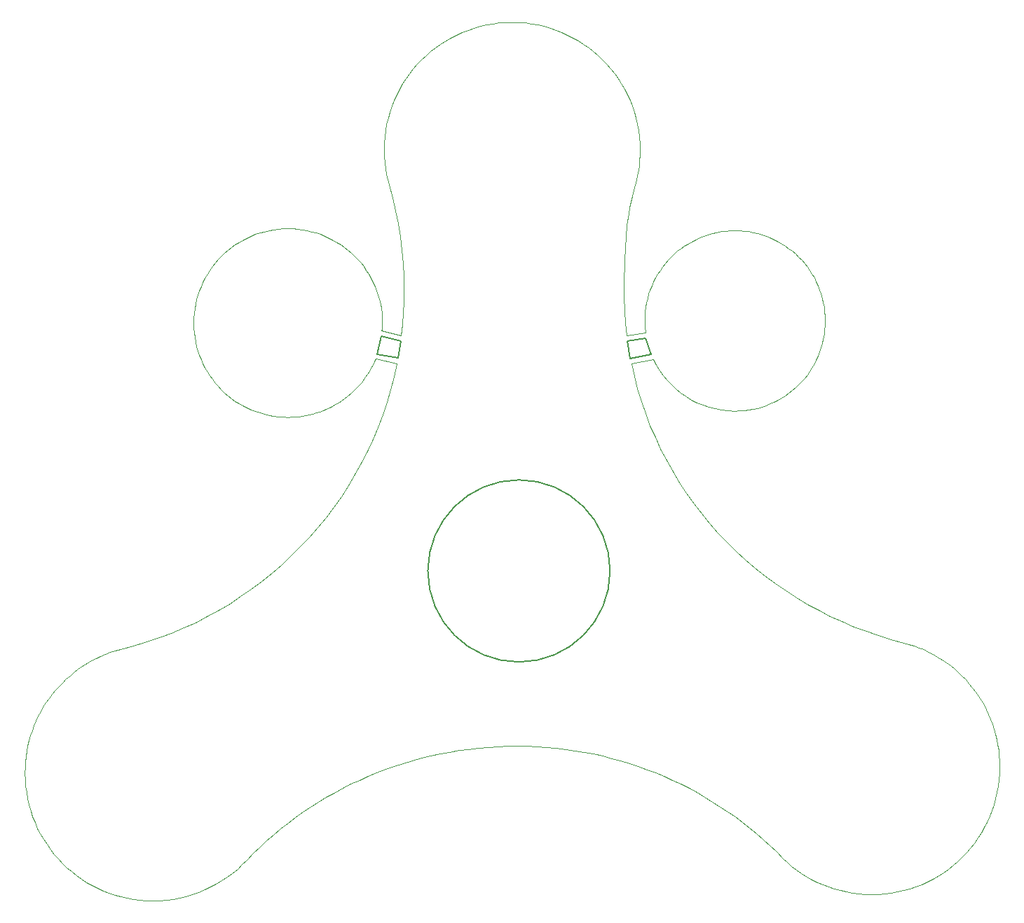
<source format=gbr>
%TF.GenerationSoftware,KiCad,Pcbnew,7.0.8*%
%TF.CreationDate,2024-08-08T21:58:03+02:00*%
%TF.ProjectId,Fidget_Spinner,46696467-6574-45f5-9370-696e6e65722e,rev?*%
%TF.SameCoordinates,Original*%
%TF.FileFunction,Profile,NP*%
%FSLAX46Y46*%
G04 Gerber Fmt 4.6, Leading zero omitted, Abs format (unit mm)*
G04 Created by KiCad (PCBNEW 7.0.8) date 2024-08-08 21:58:03*
%MOMM*%
%LPD*%
G01*
G04 APERTURE LIST*
%TA.AperFunction,Profile*%
%ADD10C,0.100000*%
%TD*%
%TA.AperFunction,Profile*%
%ADD11C,0.150000*%
%TD*%
G04 APERTURE END LIST*
D10*
X50832900Y-45253100D02*
X51205100Y-44606000D01*
X66252600Y-124698800D02*
X65076100Y-124683600D01*
X5607740Y-128713600D02*
X5587560Y-127918200D01*
X80043100Y-82998100D02*
X80551900Y-84479300D01*
X122396600Y-132467500D02*
X122120600Y-133169500D01*
X51186600Y-73686200D02*
X51294700Y-72335400D01*
X113893600Y-141397500D02*
X113191600Y-141672500D01*
X67540600Y-37477470D02*
X68288400Y-37650100D01*
X110230600Y-142433500D02*
X109457600Y-142530500D01*
X78668500Y-46604400D02*
X78945300Y-47306400D01*
X104084900Y-142142500D02*
X103364300Y-141942500D01*
X49281300Y-49506200D02*
X49453900Y-48758300D01*
X49038400Y-54115300D02*
X48985100Y-53373000D01*
X77243300Y-43978620D02*
X77645300Y-44606000D01*
X25065400Y-142848500D02*
X24288000Y-143036500D01*
X101909400Y-70529700D02*
X102031100Y-71057100D01*
X97873200Y-64517800D02*
X98285100Y-64841400D01*
X92605100Y-102135600D02*
X93773400Y-103137400D01*
X111739600Y-142124500D02*
X110992600Y-142297500D01*
X43730800Y-64068800D02*
X44177600Y-64386600D01*
X13030030Y-141138500D02*
X12402910Y-140737500D01*
X28224200Y-80340000D02*
X27906500Y-79893100D01*
X85448200Y-82422000D02*
X84825000Y-81988600D01*
X89689700Y-62477400D02*
X90235300Y-62408100D01*
X80461700Y-72693300D02*
X80503800Y-72139600D01*
X14726300Y-113811400D02*
X15310900Y-113562600D01*
X45984100Y-128783000D02*
X44964100Y-129263600D01*
X16516400Y-113135400D02*
X17135800Y-112958300D01*
X78839100Y-78413800D02*
X79185600Y-79964400D01*
X27588600Y-109008100D02*
X28972900Y-108246100D01*
X115831600Y-113894600D02*
X116363600Y-114229400D01*
X78311600Y-61678400D02*
X78175700Y-63075800D01*
X26091200Y-75256100D02*
X26018700Y-74685700D01*
X97873200Y-81991000D02*
X97445800Y-82294900D01*
X79587400Y-81492800D02*
X80043100Y-82998100D01*
X26091200Y-71784500D02*
X26191400Y-71223200D01*
X47105900Y-67610000D02*
X47380400Y-68087300D01*
X81833800Y-78591300D02*
X81478900Y-77911200D01*
X28920900Y-81184100D02*
X28562600Y-80770600D01*
X43448800Y-83159900D02*
X43091600Y-83376300D01*
X7453260Y-135286500D02*
X7111870Y-134619500D01*
X104819600Y-142308500D02*
X104084900Y-142142500D01*
X40088000Y-132031200D02*
X39160600Y-132655700D01*
X103364300Y-141942500D02*
X102658500Y-141708500D01*
X86393000Y-95343400D02*
X87327900Y-96563500D01*
X45795100Y-65856500D02*
X46153300Y-66270000D01*
X48739200Y-74035900D02*
X48711700Y-74279300D01*
X77957200Y-70429000D02*
X78010700Y-71980300D01*
X74257900Y-40693300D02*
X74818900Y-41179060D01*
X87327900Y-96563500D02*
X88304300Y-97749600D01*
X27301800Y-142057500D02*
X26573200Y-142358500D01*
X97130000Y-138258500D02*
X96361700Y-137483500D01*
X66779400Y-37341550D02*
X67540600Y-37477470D01*
X78504500Y-60283100D02*
X78311600Y-61678400D01*
X28972900Y-108246100D02*
X30326800Y-107437700D01*
X121810600Y-133854200D02*
X121469600Y-134520500D01*
X102196300Y-74369100D02*
X102127000Y-74914700D01*
X60562100Y-37650100D02*
X61309900Y-37477470D01*
X48624700Y-71784500D02*
X48697200Y-72354900D01*
X101295300Y-141145500D02*
X100639500Y-140815500D01*
X42967700Y-130298600D02*
X41992000Y-130852300D01*
X81764300Y-127906300D02*
X80727200Y-127503300D01*
X78282900Y-75065300D02*
X80532900Y-74691700D01*
X63881400Y-124698600D02*
X62693500Y-124743400D01*
X9671130Y-117456300D02*
X10103240Y-117005800D01*
X83677400Y-80999900D02*
X83156900Y-80448600D01*
X71793500Y-39029170D02*
X72440700Y-39401310D01*
X5601840Y-127249200D02*
X5644070Y-126587700D01*
X91472900Y-101094800D02*
X92605100Y-102135600D01*
X83279800Y-65923700D02*
X83640800Y-65545100D01*
X84653200Y-92805300D02*
X85501200Y-94090300D01*
X62693500Y-124743400D02*
X61512600Y-124817600D01*
D11*
X81280000Y-77320000D02*
X78710000Y-77860000D01*
D10*
X79569300Y-49506200D02*
X79705200Y-50267400D01*
X46974400Y-79680800D02*
X46740900Y-80026100D01*
X86750300Y-130287300D02*
X85781000Y-129763500D01*
X55732000Y-125619900D02*
X54603500Y-125864500D01*
X41942600Y-97032700D02*
X42887600Y-95782900D01*
X112359600Y-112355100D02*
X112967600Y-112552900D01*
X69021900Y-37858350D02*
X69740200Y-38101450D01*
X78026700Y-65913200D02*
X77959600Y-68867800D01*
X81522600Y-68527700D02*
X81763400Y-68057600D01*
X77959600Y-68867800D02*
X77957200Y-70429000D01*
X87705100Y-130834000D02*
X86750300Y-130287300D01*
X39093800Y-62253500D02*
X39655100Y-62353800D01*
X98680700Y-81324600D02*
X98285100Y-81667300D01*
X31447600Y-63772300D02*
X31924900Y-63497900D01*
X119805600Y-136985500D02*
X119319600Y-137545500D01*
X67421600Y-124744300D02*
X66252600Y-124698800D01*
X27906500Y-79893100D02*
X27610000Y-79430600D01*
X72015200Y-125219600D02*
X70880000Y-125057500D01*
X7192820Y-121053900D02*
X7484280Y-120496500D01*
X80727200Y-127503300D02*
X79677700Y-127125500D01*
X98680700Y-65184100D02*
X99059300Y-65545100D01*
X48215700Y-86140500D02*
X48779700Y-84647800D01*
X100002500Y-140458500D02*
X99385100Y-140073500D01*
X101762500Y-76496500D02*
X101591000Y-77003000D01*
X82233100Y-79242200D02*
X81833800Y-78591300D01*
X5901670Y-131033500D02*
X5765730Y-130272300D01*
X30650300Y-140039500D02*
X30023100Y-140507500D01*
X10652030Y-139361500D02*
X10115130Y-138848500D01*
X94074800Y-62695100D02*
X94592100Y-62842000D01*
X11796860Y-140305500D02*
X11212880Y-139847500D01*
X73674100Y-40234410D02*
X74257900Y-40693300D01*
X48697200Y-72354900D02*
X48741200Y-72933800D01*
X100390600Y-79350100D02*
X100086700Y-79777500D01*
X6677520Y-122207400D02*
X6923660Y-121624500D01*
X35060800Y-62353800D02*
X35622100Y-62253500D01*
X123321600Y-126480400D02*
X123335600Y-127152500D01*
X29373800Y-140944500D02*
X28703100Y-141349500D01*
X26018700Y-72354900D02*
X26091200Y-71784500D01*
X83640800Y-65545100D02*
X84019400Y-65184100D01*
X17182500Y-142890500D02*
X16448900Y-142682500D01*
X36771400Y-62137000D02*
X37358000Y-62122200D01*
X43091600Y-83376300D02*
X42726200Y-83579800D01*
X49248700Y-55568800D02*
X49247800Y-55568700D01*
X49381900Y-56189700D02*
X49248700Y-55568800D01*
X36192600Y-84859600D02*
X35622100Y-84787100D01*
X45099100Y-81897400D02*
X44467300Y-82437300D01*
X121108600Y-119154400D02*
X121423600Y-119699900D01*
X47782000Y-78216100D02*
X47599600Y-78594200D01*
X85501200Y-94090300D02*
X86393000Y-95343400D01*
X12519880Y-115028500D02*
X13050460Y-114692200D01*
X112967600Y-112552900D02*
X113565600Y-112775100D01*
X114579600Y-141086500D02*
X113893600Y-141397500D01*
X7484280Y-120496500D02*
X7797570Y-119952600D01*
X46219100Y-90453900D02*
X46934300Y-89044500D01*
X95593800Y-83300100D02*
X95098700Y-83495400D01*
X121097600Y-135168500D02*
X120695600Y-135795500D01*
X44964100Y-129263600D02*
X43958500Y-129768900D01*
X68582800Y-124819300D02*
X67421600Y-124744300D01*
X18703100Y-112549500D02*
X20247500Y-112087100D01*
X48524500Y-71223200D02*
X48624700Y-71784500D01*
X90235300Y-62408100D02*
X90789000Y-62366000D01*
X80457000Y-73623000D02*
X80447500Y-73254400D01*
X40747400Y-62634600D02*
X41277000Y-62813800D01*
X51349600Y-67962600D02*
X51260600Y-66327800D01*
X27610000Y-79430600D02*
X27335500Y-78953300D01*
X54592500Y-40693300D02*
X55176500Y-40234410D01*
X113565600Y-112775100D02*
X114152600Y-113020800D01*
X28920900Y-65856500D02*
X29298300Y-65460600D01*
X61512600Y-124817600D02*
X60339500Y-124920800D01*
X122661600Y-122622300D02*
X122836600Y-123241700D01*
X26573200Y-142358500D02*
X25827400Y-142622500D01*
X102127000Y-71594000D02*
X102196300Y-72139600D01*
X17135800Y-112958300D02*
X18703100Y-112549500D01*
X48711700Y-74279300D02*
X48665700Y-74496400D01*
X27335500Y-68087300D02*
X27610000Y-67610000D01*
X46740900Y-80026100D02*
X46238400Y-80689200D01*
X15730600Y-142438500D02*
X15028600Y-142160500D01*
X79290700Y-56867700D02*
X79111000Y-57461700D01*
X95098700Y-83495400D02*
X94592100Y-83666800D01*
X82788600Y-128334200D02*
X81764300Y-127906300D01*
X38244900Y-84884400D02*
X37803600Y-84909900D01*
X101762500Y-70012300D02*
X101909400Y-70529700D01*
X39113400Y-84784100D02*
X38681600Y-84842400D01*
X120695600Y-135795500D02*
X120265600Y-136400500D01*
X51032300Y-75032000D02*
X51186600Y-73686200D01*
X79705200Y-50267400D02*
X79803400Y-51040900D01*
X8132100Y-119422700D02*
X8487230Y-118907500D01*
X81478900Y-77911200D02*
X78839100Y-78413800D01*
X37803600Y-84909900D02*
X37358000Y-84918400D01*
X80532900Y-74691700D02*
X80479900Y-73979600D01*
X41582900Y-84110600D02*
X41187300Y-84259800D01*
X8658540Y-137166500D02*
X8227610Y-136560500D01*
X36599000Y-102736900D02*
X37746400Y-101672400D01*
X6802360Y-133935100D02*
X6525530Y-133233200D01*
X97445800Y-64213800D02*
X97873200Y-64517800D01*
X107096600Y-142592500D02*
X106326600Y-142534500D01*
X79688700Y-55071200D02*
X79579700Y-55673200D01*
X52497000Y-42788780D02*
X52983000Y-42227730D01*
X39160600Y-132655700D02*
X38250000Y-133303200D01*
X80551900Y-84479300D02*
X81112400Y-85935400D01*
X6256140Y-123408200D02*
X6454850Y-122802300D01*
X122985600Y-123871200D02*
X123110600Y-124510500D01*
X41187300Y-84259800D02*
X40784800Y-84394700D01*
X88976500Y-83897700D02*
X88222700Y-83701500D01*
X25959800Y-73520300D02*
X25974700Y-72933800D01*
X55782400Y-39803380D02*
X56409700Y-39401310D01*
X65076100Y-124683600D02*
X63881400Y-124698600D01*
X44467300Y-82437300D02*
X44136900Y-82690100D01*
X7797570Y-119952600D02*
X8132100Y-119422700D01*
X79863200Y-51825900D02*
X79883400Y-52621500D01*
X10115130Y-138848500D02*
X9603370Y-138311500D01*
X51379600Y-69612300D02*
X51349600Y-67962600D01*
X34193900Y-104745000D02*
X35414500Y-103761500D01*
X35060800Y-84686900D02*
X34509400Y-84559600D01*
X83850400Y-91489400D02*
X84653200Y-92805300D01*
X95593800Y-63208600D02*
X96076800Y-63426900D01*
X79803400Y-51040900D02*
X79863200Y-51825900D01*
X47600100Y-87606500D02*
X48215700Y-86140500D01*
X78084700Y-64484400D02*
X78026700Y-65913200D01*
X43268300Y-63772300D02*
X43730800Y-64068800D01*
X121717600Y-120259200D02*
X121988600Y-120831700D01*
X99763000Y-66319300D02*
X100086700Y-66731200D01*
X13050460Y-114692200D02*
X13595330Y-114376800D01*
X80503800Y-72139600D02*
X80573100Y-71594000D01*
X109457600Y-142530500D02*
X108672600Y-142590500D01*
X30985200Y-82971800D02*
X30538300Y-82654000D01*
X46238400Y-80689200D02*
X45690300Y-81313800D01*
X59110100Y-38101450D02*
X59828400Y-37858350D01*
X56409700Y-39401310D02*
X57057000Y-39029170D01*
X51281800Y-126761700D02*
X50197300Y-127114100D01*
X27906500Y-67147500D02*
X28224200Y-66700600D01*
X79188300Y-48024700D02*
X79396600Y-48758300D01*
X78358900Y-45919700D02*
X78668500Y-46604400D01*
X97003400Y-82578500D02*
X96546900Y-82841000D01*
X46153300Y-66270000D02*
X46491700Y-66700600D01*
X69735700Y-124923900D02*
X68582800Y-124819300D01*
X33968500Y-62634600D02*
X34509400Y-62481000D01*
X46809500Y-67147500D02*
X47105900Y-67610000D01*
X32388200Y-138453500D02*
X31833800Y-139009500D01*
X80479900Y-73979600D02*
X80457000Y-73623000D01*
X49539900Y-56801200D02*
X49381900Y-56189700D01*
X34509400Y-84559600D02*
X33968500Y-84406000D01*
X31648900Y-106583900D02*
X32938300Y-105686100D01*
X78626200Y-59583100D02*
X78504500Y-60283100D01*
X110203600Y-111774200D02*
X111739600Y-112182200D01*
X42299500Y-63246200D02*
X42791000Y-63497900D01*
X68288400Y-37650100D02*
X69021900Y-37858350D01*
X30985200Y-64068800D02*
X31447600Y-63772300D01*
X107876600Y-142611500D02*
X107096600Y-142592500D01*
X36192600Y-62181000D02*
X36771400Y-62137000D01*
X30023100Y-140507500D02*
X29373800Y-140944500D01*
X100936700Y-68057600D02*
X101177500Y-68527700D01*
X78010700Y-71980300D02*
X78119300Y-73524600D01*
X106326600Y-142534500D02*
X105566600Y-142439500D01*
X49247800Y-55568700D02*
X49126200Y-54847500D01*
X98212700Y-139216500D02*
X97659700Y-138749500D01*
X108689600Y-111314900D02*
X110203600Y-111774200D01*
X75867500Y-42227730D02*
X76353300Y-42788780D01*
X123207600Y-125158800D02*
X123278600Y-125815600D01*
X5587560Y-127918200D02*
X5601840Y-127249200D01*
X58408300Y-38378090D02*
X59110100Y-38101450D01*
X99420300Y-65923700D02*
X99763000Y-66319300D01*
X30538300Y-82654000D02*
X30107700Y-82315700D01*
X47632100Y-68578800D02*
X47860400Y-69083600D01*
X96546900Y-63667700D02*
X97003400Y-63930200D01*
X82613500Y-66731200D02*
X82937100Y-66319300D01*
X102658500Y-141708500D02*
X101968500Y-141443500D01*
X14154190Y-114082900D02*
X14726300Y-113811400D01*
X26855600Y-69083600D02*
X27083800Y-68578800D01*
D11*
X48630000Y-75110000D02*
X51050000Y-75700000D01*
D10*
X6923660Y-121624500D02*
X7192820Y-121053900D01*
X81109100Y-69505700D02*
X81304300Y-69010600D01*
D11*
X78350000Y-75720000D02*
X80560000Y-75360000D01*
D10*
X119639600Y-117121700D02*
X120037600Y-117606400D01*
X53494600Y-41690940D02*
X54031500Y-41179060D01*
D11*
X50640000Y-77800000D02*
X48120000Y-77300000D01*
D10*
X120037600Y-117606400D02*
X120415600Y-118107000D01*
X48756100Y-73520300D02*
X48739200Y-74035900D01*
X91911100Y-84142700D02*
X91350100Y-84156900D01*
X92464800Y-62408100D02*
X93010400Y-62477400D01*
X80937700Y-70012300D02*
X81109100Y-69505700D01*
X115892600Y-140372500D02*
X115244600Y-140745500D01*
X22691300Y-143290500D02*
X21874100Y-143354500D01*
X34509400Y-62481000D02*
X35060800Y-62353800D01*
X93547300Y-83935400D02*
X93010400Y-84031300D01*
X32416400Y-83794500D02*
X31924900Y-83542700D01*
X117709600Y-139080500D02*
X117126600Y-139539500D01*
X117868600Y-115356000D02*
X118338600Y-115770300D01*
X43797300Y-82931100D02*
X43448800Y-83159900D01*
X86623400Y-63426900D02*
X87106300Y-63208600D01*
X40954700Y-98247700D02*
X41942600Y-97032700D01*
X73068000Y-39803380D02*
X73674100Y-40234410D01*
X99059300Y-65545100D02*
X99420300Y-65923700D01*
X77543000Y-126447100D02*
X76458400Y-126147300D01*
X45690300Y-81313800D02*
X45099100Y-81897400D01*
X50197300Y-127114100D02*
X49124700Y-127492800D01*
X79579700Y-55673200D02*
X79447100Y-56271700D01*
X116363600Y-114229400D02*
X116880600Y-114584900D01*
X80573100Y-71594000D02*
X80669000Y-71057100D01*
X94768900Y-135989500D02*
X93945300Y-135273500D01*
X26651500Y-77439400D02*
X26472300Y-76909800D01*
X24732800Y-110389000D02*
X26174800Y-109722700D01*
X62844700Y-37243220D02*
X63629800Y-37183510D01*
X51260600Y-66327800D02*
X51113600Y-64708200D01*
X123314600Y-127948000D02*
X123255600Y-128732900D01*
X47860400Y-69083600D02*
X48064400Y-69601300D01*
X50182000Y-46604400D02*
X50491400Y-45919700D01*
X48665700Y-74496400D02*
X51032300Y-75032000D01*
X11504250Y-115762100D02*
X12004340Y-115385300D01*
X33438900Y-84226800D02*
X32921300Y-84022700D01*
X101479600Y-108278400D02*
X102869300Y-108980900D01*
X100118000Y-107530100D02*
X101479600Y-108278400D01*
X26191400Y-71223200D02*
X26318700Y-70671700D01*
X47195500Y-79326900D02*
X46974400Y-79680800D01*
X5667450Y-129498700D02*
X5607740Y-128713600D01*
X98285100Y-64841400D02*
X98680700Y-65184100D01*
X17930400Y-143063500D02*
X17182500Y-142890500D01*
X78945300Y-47306400D02*
X79188300Y-48024700D01*
X81112400Y-85935400D02*
X81723600Y-87365400D01*
X39960800Y-84620000D02*
X39539900Y-84709900D01*
X6525530Y-133233200D02*
X6282570Y-132514900D01*
X77645300Y-44606000D02*
X78017600Y-45253100D01*
X123110600Y-124510500D02*
X123207600Y-125158800D01*
X59174400Y-125053100D02*
X58017900Y-125213900D01*
X82937100Y-66319300D02*
X83279800Y-65923700D01*
X79111000Y-57461700D02*
X78928000Y-58173700D01*
X91350100Y-62351800D02*
X91911100Y-62366000D01*
X11212880Y-139847500D02*
X10652030Y-139361500D01*
X31833800Y-139009500D02*
X31254200Y-139539500D01*
X50909700Y-63104800D02*
X50649900Y-61518200D01*
X73141100Y-125410100D02*
X72015200Y-125219600D01*
X102869300Y-108980900D02*
X104286400Y-109636900D01*
X15310900Y-113562600D02*
X15907900Y-113337100D01*
X13595330Y-114376800D02*
X14154190Y-114082900D01*
X88108000Y-62842000D02*
X88625300Y-62695100D01*
X37358000Y-62122200D02*
X37944500Y-62137000D01*
X38681600Y-84842400D02*
X38244900Y-84884400D01*
X33968500Y-84406000D02*
X33438900Y-84226800D01*
X42352700Y-83770300D02*
X41971500Y-83947300D01*
X29694100Y-81957400D02*
X29298300Y-81580000D01*
X123157600Y-129506700D02*
X123020600Y-130267900D01*
X47404000Y-78964600D02*
X47195500Y-79326900D01*
X15907900Y-113337100D02*
X16516400Y-113135400D01*
X123020600Y-130267900D02*
X122849600Y-131015700D01*
X43788900Y-94498900D02*
X44645300Y-93182200D01*
X76812300Y-43372550D02*
X77243300Y-43978620D01*
X100086700Y-79777500D02*
X99763000Y-80189400D01*
X10103240Y-117005800D02*
X10553170Y-116572800D01*
X27335500Y-78953300D02*
X27083800Y-78461900D01*
X34786300Y-136116500D02*
X33967200Y-136874500D01*
X5644070Y-126587700D02*
X5713810Y-125933900D01*
X35414500Y-103761500D02*
X36599000Y-102736900D01*
X100639500Y-140815500D02*
X100002500Y-140458500D01*
X100674200Y-67601000D02*
X100936700Y-68057600D01*
X122640600Y-131749200D02*
X122396600Y-132467500D01*
X57057000Y-39029170D02*
X57723500Y-38687730D01*
X26191400Y-75817400D02*
X26091200Y-75256100D01*
X37356900Y-133973300D02*
X36481600Y-134665500D01*
X47017700Y-128327600D02*
X45984100Y-128783000D01*
X27083800Y-68578800D02*
X27335500Y-68087300D01*
X48064400Y-69601300D02*
X48243600Y-70130900D01*
X15028600Y-142160500D02*
X14343980Y-141851500D01*
X35622100Y-62253500D02*
X36192600Y-62181000D01*
X55176500Y-40234410D02*
X55782400Y-39803380D01*
X33967200Y-136874500D02*
X33167700Y-137652500D01*
X40206500Y-62481000D02*
X40747400Y-62634600D01*
X5810450Y-125288400D02*
X5933410Y-124652000D01*
X47950800Y-77830600D02*
X47782000Y-78216100D01*
X113191600Y-141672500D02*
X112474600Y-141916500D01*
X30326800Y-107437700D02*
X31648900Y-106583900D01*
X92245100Y-133899400D02*
X91369600Y-133243300D01*
X89152800Y-62573300D02*
X89689700Y-62477400D01*
X120265600Y-136400500D02*
X119805600Y-136985500D01*
X120772600Y-118623300D02*
X121108600Y-119154400D01*
X99385100Y-140073500D02*
X98788100Y-139658500D01*
X28703100Y-141349500D02*
X28012000Y-141721500D01*
X84234100Y-81513900D02*
X83677400Y-80999900D01*
X104286400Y-109636900D02*
X105729600Y-110245200D01*
X19465200Y-143296500D02*
X18691600Y-143198500D01*
X78017600Y-45253100D02*
X78358900Y-45919700D01*
X92464800Y-84100600D02*
X91911100Y-84142700D01*
X37358000Y-84918400D02*
X36771400Y-84903600D01*
X30107700Y-64725000D02*
X30538300Y-64386600D01*
X48967100Y-52621500D02*
X48987400Y-51825900D01*
X51205100Y-44606000D02*
X51607200Y-43978620D01*
X79447100Y-56271700D02*
X79290700Y-56867700D01*
X102196300Y-72139600D02*
X102238400Y-72693300D01*
X12004340Y-115385300D02*
X12519880Y-115028500D01*
X6282570Y-132514900D02*
X6074180Y-131781400D01*
X119319600Y-137545500D02*
X118807600Y-138082500D01*
X39655100Y-62353800D02*
X40206500Y-62481000D01*
X56870200Y-125402900D02*
X55732000Y-125619900D01*
X51607200Y-43978620D02*
X52038100Y-43372550D01*
X8227610Y-136560500D02*
X7825620Y-135933500D01*
X80447500Y-73254400D02*
X80461700Y-72693300D01*
X48985100Y-53373000D02*
X48967100Y-52621500D01*
X121988600Y-120831700D02*
X122236600Y-121416800D01*
X36771400Y-84903600D02*
X36192600Y-84859600D01*
X57723500Y-38687730D02*
X58408300Y-38378090D01*
X78928000Y-58173700D02*
X78766900Y-58880500D01*
X75363000Y-125874200D02*
X74257100Y-125628500D01*
X49124700Y-127492800D02*
X48064700Y-127897400D01*
X122236600Y-121416800D02*
X122460600Y-122013800D01*
X91350100Y-84156900D02*
X90542200Y-84127400D01*
X42887600Y-95782900D02*
X43788900Y-94498900D01*
X122460600Y-122013800D02*
X122661600Y-122622300D01*
X97484100Y-105900200D02*
X98785700Y-106737100D01*
X44608200Y-64725000D02*
X45021800Y-65083200D01*
X20250200Y-143356500D02*
X19465200Y-143296500D01*
X41032000Y-131430100D02*
X40088000Y-132031200D01*
X117383600Y-114960600D02*
X117868600Y-115356000D01*
X52983000Y-42227730D02*
X53494600Y-41690940D01*
X11020450Y-116158100D02*
X11504250Y-115762100D01*
X18691600Y-143198500D02*
X17930400Y-143063500D01*
X41277000Y-62813800D02*
X41794600Y-63017900D01*
X97659700Y-138749500D02*
X97130000Y-138258500D01*
X81304300Y-69010600D02*
X81522600Y-68527700D01*
X65220700Y-37183510D02*
X66005700Y-37243220D01*
X37746400Y-101672400D02*
X38855700Y-100568400D01*
X8862590Y-118407800D02*
X9257300Y-117923800D01*
X98788100Y-139658500D02*
X98212700Y-139216500D01*
X88304300Y-97749600D02*
X89321400Y-98901000D01*
X83799800Y-128786700D02*
X82788600Y-128334200D01*
X26318700Y-70671700D02*
X26472300Y-70130900D01*
X112474600Y-141916500D02*
X111739600Y-142124500D01*
X102031100Y-75451600D02*
X101909400Y-75979100D01*
X23263400Y-111005900D02*
X24732800Y-110389000D01*
X123278600Y-125815600D02*
X123321600Y-126480400D01*
X26018700Y-74685700D02*
X25974700Y-74106900D01*
X21874100Y-143354500D02*
X21045700Y-143377500D01*
X114152600Y-113020800D02*
X114724600Y-113289700D01*
X85254300Y-64213800D02*
X85696700Y-63930200D01*
X37944500Y-62137000D02*
X38523300Y-62181000D01*
X96076800Y-83081800D02*
X95593800Y-83300100D01*
X49662100Y-48024700D02*
X49905100Y-47306400D01*
X31924900Y-83542700D02*
X31447600Y-83268300D01*
X120415600Y-118107000D02*
X120772600Y-118623300D01*
X81723600Y-87365400D02*
X82384400Y-88768400D01*
X26472300Y-76909800D02*
X26318700Y-76368900D01*
X94592100Y-83666800D02*
X94074800Y-83813700D01*
X50498500Y-78430500D02*
X47950800Y-77830600D01*
X98285100Y-81667300D02*
X97873200Y-81991000D01*
X79185600Y-79964400D02*
X79587400Y-81492800D01*
X87601400Y-63013400D02*
X88108000Y-62842000D01*
X9603370Y-138311500D02*
X9117440Y-137751500D01*
X88222700Y-83701500D02*
X87490900Y-83453800D01*
X62071200Y-37341550D02*
X62844700Y-37243220D01*
X49145300Y-50267400D02*
X49281300Y-49506200D01*
X76353300Y-42788780D02*
X76812300Y-43372550D01*
X6454850Y-122802300D02*
X6677520Y-122207400D01*
X28012000Y-141721500D02*
X27301800Y-142057500D01*
X79834300Y-53855700D02*
X79773600Y-54465500D01*
X84415000Y-64841400D02*
X84826900Y-64517800D01*
X44136900Y-82690100D02*
X43797300Y-82931100D01*
X48064700Y-127897400D02*
X47017700Y-128327600D01*
X13677390Y-141510500D02*
X13030030Y-141138500D01*
X123255600Y-128732900D02*
X123157600Y-129506700D01*
X118338600Y-115770300D02*
X118789600Y-116203200D01*
X102238400Y-73815400D02*
X102196300Y-74369100D01*
X110992600Y-142297500D02*
X110230600Y-142433500D01*
X59828400Y-37858350D02*
X60562100Y-37650100D01*
X97445800Y-82294900D02*
X97003400Y-82578500D01*
X58017900Y-125213900D02*
X56870200Y-125402900D01*
X83156900Y-80448600D02*
X82674900Y-79862000D01*
X41971500Y-83947300D02*
X41582900Y-84110600D01*
X93010400Y-62477400D02*
X93547300Y-62573300D01*
X100086700Y-66731200D02*
X100390600Y-67158700D01*
X39925400Y-99426600D02*
X40954700Y-98247700D01*
X101591000Y-77003000D02*
X101395800Y-77498100D01*
X90542200Y-84127400D02*
X89750400Y-84040400D01*
X80669000Y-71057100D02*
X80790800Y-70529700D01*
X102127000Y-74914700D02*
X102031100Y-75451600D01*
X84825000Y-81988600D02*
X84234100Y-81513900D01*
X38855700Y-100568400D02*
X39925400Y-99426600D01*
X90789000Y-62366000D02*
X91350100Y-62351800D01*
X114724600Y-113289700D02*
X115285600Y-113581200D01*
X47380400Y-68087300D02*
X47632100Y-68578800D01*
X115285600Y-113581200D02*
X115831600Y-113894600D01*
X30538300Y-64386600D02*
X30985200Y-64068800D01*
X93547300Y-62573300D02*
X94074800Y-62695100D01*
X101395800Y-77498100D02*
X101177500Y-77981100D01*
X66005700Y-37243220D02*
X66779400Y-37341550D01*
X48397200Y-70671700D02*
X48524500Y-71223200D01*
X86783200Y-83156700D02*
X86101600Y-82812000D01*
X44645300Y-93182200D02*
X45455800Y-91833400D01*
X24288000Y-143036500D02*
X23496300Y-143183500D01*
X54603500Y-125864500D02*
X53485500Y-126136600D01*
D11*
X78710000Y-77860000D02*
X78350000Y-75720000D01*
D10*
X105729600Y-110245200D02*
X107197600Y-110804900D01*
X23496300Y-143183500D02*
X22691300Y-143290500D01*
X100936700Y-78451200D02*
X100674200Y-78907700D01*
X82309500Y-67158700D02*
X82613500Y-66731200D01*
X43958500Y-129768900D02*
X42967700Y-130298600D01*
X86153300Y-63667700D02*
X86623400Y-63426900D01*
X51294700Y-72335400D02*
X51358600Y-70977800D01*
X96076800Y-63426900D02*
X96546900Y-63667700D01*
X89750400Y-84040400D02*
X88976500Y-83897700D01*
X122836600Y-123241700D02*
X122985600Y-123871200D01*
X49966800Y-58397900D02*
X49545800Y-56865700D01*
X79396600Y-48758300D02*
X79569300Y-49506200D01*
X32938300Y-105686100D02*
X34193900Y-104745000D01*
X49545800Y-56865700D02*
X49539900Y-56801200D01*
X41794600Y-63017900D02*
X42299500Y-63246200D01*
X79871000Y-53241200D02*
X79834300Y-53855700D01*
X122120600Y-133169500D02*
X121810600Y-133854200D01*
X78766900Y-58880500D02*
X78626200Y-59583100D01*
X119224600Y-116653800D02*
X119639600Y-117121700D01*
X30107700Y-82315700D02*
X29694100Y-81957400D01*
X54031500Y-41179060D02*
X54592500Y-40693300D01*
X96546900Y-82841000D02*
X96076800Y-83081800D01*
X93010400Y-84031300D02*
X92464800Y-84100600D01*
X101395800Y-69010600D02*
X101591000Y-69505700D01*
X90477400Y-132608400D02*
X89568900Y-131994900D01*
X85781000Y-129763500D02*
X84797300Y-129263200D01*
X20247500Y-112087100D02*
X21767900Y-111572300D01*
X50491400Y-45919700D02*
X50832900Y-45253100D01*
X27083800Y-78461900D02*
X26855600Y-77957000D01*
X102238400Y-72693300D02*
X102252600Y-73254400D01*
X44177600Y-64386600D02*
X44608200Y-64725000D01*
X75355700Y-41690940D02*
X75867500Y-42227730D01*
X26174800Y-109722700D02*
X27588600Y-109008100D01*
X46491700Y-66700600D02*
X46809500Y-67147500D01*
X9117440Y-137751500D02*
X8658540Y-137166500D01*
X99763000Y-80189400D02*
X99420300Y-80585000D01*
D11*
X80560000Y-75360000D02*
X81280000Y-77320000D01*
D10*
X6082210Y-124025100D02*
X6256140Y-123408200D01*
X38250000Y-133303200D02*
X37356900Y-133973300D01*
X69740200Y-38101450D02*
X70442200Y-38378090D01*
X48741200Y-72933800D02*
X48756100Y-73520300D01*
X78175700Y-63075800D02*
X78084700Y-64484400D01*
X83093700Y-90143300D02*
X83850400Y-91489400D01*
X85696700Y-63930200D02*
X86153300Y-63667700D01*
X35622100Y-84787100D02*
X35060800Y-84686900D01*
X74257100Y-125628500D02*
X73141100Y-125410100D01*
D11*
X48120000Y-77300000D02*
X48630000Y-75110000D01*
D10*
X80790800Y-70529700D02*
X80937700Y-70012300D01*
X63629800Y-37183510D02*
X64425300Y-37163450D01*
X108672600Y-142590500D02*
X107876600Y-142611500D01*
X70442200Y-38378090D02*
X71126900Y-38687730D01*
X117126600Y-139539500D02*
X116519600Y-139971500D01*
X99059300Y-80963600D02*
X98680700Y-81324600D01*
X52378000Y-126435700D02*
X51281800Y-126761700D01*
X90377900Y-100016300D02*
X91472900Y-101094800D01*
X5713810Y-125933900D02*
X5810450Y-125288400D01*
X60339500Y-124920800D02*
X59174400Y-125053100D01*
X64425300Y-37163450D02*
X65220700Y-37183510D01*
X29298300Y-81580000D02*
X28920900Y-81184100D01*
X115244600Y-140745500D02*
X114579600Y-141086500D01*
X27610000Y-67610000D02*
X27906500Y-67147500D01*
X42726200Y-83579800D02*
X42352700Y-83770300D01*
X105566600Y-142439500D02*
X104819600Y-142308500D01*
X101177500Y-77981100D02*
X100936700Y-78451200D01*
X78616100Y-126773300D02*
X77543000Y-126447100D01*
X49047000Y-51040900D02*
X49145300Y-50267400D01*
X25827400Y-142622500D02*
X25065400Y-142848500D01*
X82025900Y-67601000D02*
X82309500Y-67158700D01*
X28562600Y-80770600D02*
X28224200Y-80340000D01*
X26855600Y-77957000D02*
X26651500Y-77439400D01*
X71126900Y-38687730D02*
X71793500Y-39029170D01*
X28562600Y-66270000D02*
X28920900Y-65856500D01*
X48779700Y-84647800D02*
X49291100Y-83129400D01*
X94074800Y-83813700D02*
X93547300Y-83935400D01*
X84019400Y-65184100D02*
X84415000Y-64841400D01*
X72440700Y-39401310D02*
X73068000Y-39803380D01*
X21767900Y-111572300D02*
X23263400Y-111005900D01*
X52038100Y-43372550D02*
X52497000Y-42788780D01*
X79677700Y-127125500D02*
X78616100Y-126773300D01*
X102031100Y-71057100D02*
X102127000Y-71594000D01*
X5933410Y-124652000D02*
X6082210Y-124025100D01*
X122849600Y-131015700D02*
X122640600Y-131749200D01*
X16448900Y-142682500D02*
X15730600Y-142438500D01*
X25974700Y-72933800D02*
X26018700Y-72354900D01*
X84797300Y-129263200D02*
X83799800Y-128786700D01*
X118807600Y-138082500D02*
X118270600Y-138594500D01*
X45455800Y-91833400D02*
X46219100Y-90453900D01*
X33167700Y-137652500D02*
X32388200Y-138453500D01*
X101968500Y-141443500D02*
X101295300Y-141145500D01*
X28224200Y-66700600D02*
X28562600Y-66270000D01*
X32416400Y-63246200D02*
X32921300Y-63017900D01*
X121469600Y-134520500D02*
X121097600Y-135168500D01*
X87490900Y-83453800D02*
X86783200Y-83156700D01*
X91369600Y-133243300D02*
X90477400Y-132608400D01*
X5765730Y-130272300D02*
X5667450Y-129498700D01*
X38523300Y-62181000D02*
X39093800Y-62253500D01*
X48243600Y-70130900D02*
X48397200Y-70671700D01*
X82384400Y-88768400D02*
X83093700Y-90143300D01*
X70880000Y-125057500D02*
X69735700Y-124923900D01*
X50649900Y-61518200D02*
X50335200Y-59949000D01*
X89321400Y-98901000D02*
X90377900Y-100016300D01*
X94592100Y-62842000D02*
X95098700Y-63013400D01*
X107197600Y-110804900D02*
X108689600Y-111314900D01*
X50151600Y-80019800D02*
X50498500Y-78430500D01*
X74818900Y-41179060D02*
X75355700Y-41690940D01*
X42791000Y-63497900D02*
X43268300Y-63772300D01*
X49905100Y-47306400D02*
X50182000Y-46604400D01*
X45417600Y-65460600D02*
X45795100Y-65856500D01*
X47599600Y-78594200D02*
X47404000Y-78964600D01*
X31447600Y-83268300D02*
X30985200Y-82971800D01*
X26472300Y-70130900D02*
X26651500Y-69601300D01*
X116519600Y-139971500D02*
X115892600Y-140372500D01*
X81763400Y-68057600D02*
X82025900Y-67601000D01*
X101177500Y-68527700D02*
X101395800Y-69010600D01*
X91911100Y-62366000D02*
X92464800Y-62408100D01*
X121423600Y-119699900D02*
X121717600Y-120259200D01*
X6074180Y-131781400D02*
X5901670Y-131033500D01*
X89568900Y-131994900D02*
X88644700Y-131403400D01*
X93773400Y-103137400D02*
X94976800Y-104099400D01*
X31924900Y-63497900D02*
X32416400Y-63246200D01*
X79883400Y-52621500D02*
X79871000Y-53241200D01*
X118270600Y-138594500D02*
X117709600Y-139080500D01*
X97003400Y-63930200D02*
X97445800Y-64213800D01*
X84826900Y-64517800D02*
X85254300Y-64213800D01*
X76458400Y-126147300D02*
X75363000Y-125874200D01*
X98785700Y-106737100D02*
X100118000Y-107530100D01*
X26651500Y-69601300D02*
X26855600Y-69083600D01*
X45021800Y-65083200D02*
X45417600Y-65460600D01*
X116880600Y-114584900D02*
X117383600Y-114960600D01*
X88625300Y-62695100D02*
X89152800Y-62573300D01*
X102252600Y-73254400D02*
X102238400Y-73815400D01*
X29694100Y-65083200D02*
X30107700Y-64725000D01*
X33438900Y-62813800D02*
X33968500Y-62634600D01*
X7825620Y-135933500D02*
X7453260Y-135286500D01*
X35624500Y-135380500D02*
X34786300Y-136116500D01*
X51358600Y-70977800D02*
X51379600Y-69612300D01*
X10553170Y-116572800D02*
X11020450Y-116158100D01*
X31254200Y-139539500D02*
X30650300Y-140039500D01*
X29298300Y-65460600D02*
X29694100Y-65083200D01*
X32921300Y-84022700D02*
X32416400Y-83794500D01*
X49453900Y-48758300D02*
X49662100Y-48024700D01*
X9257300Y-117923800D02*
X9671130Y-117456300D01*
X95098700Y-63013400D02*
X95593800Y-63208600D01*
D11*
X76287270Y-103520000D02*
G75*
G03*
X76287270Y-103520000I-11007270J0D01*
G01*
D10*
X49126200Y-54847500D02*
X49038400Y-54115300D01*
X79773600Y-54465500D02*
X79688700Y-55071200D01*
X101591000Y-69505700D02*
X101762500Y-70012300D01*
X96214000Y-105020800D02*
X97484100Y-105900200D01*
X93103800Y-134576500D02*
X92245100Y-133899400D01*
X123335600Y-127152500D02*
X123314600Y-127948000D01*
X39539900Y-84709900D02*
X39113400Y-84784100D01*
X46934300Y-89044500D02*
X47600100Y-87606500D01*
X51113600Y-64708200D02*
X50909700Y-63104800D01*
X87106300Y-63208600D02*
X87601400Y-63013400D01*
X32921300Y-63017900D02*
X33438900Y-62813800D01*
X88644700Y-131403400D02*
X87705100Y-130834000D01*
X36481600Y-134665500D02*
X35624500Y-135380500D01*
X49748700Y-81586400D02*
X50151600Y-80019800D01*
D11*
X51050000Y-75700000D02*
X50640000Y-77800000D01*
D10*
X96361700Y-137483500D02*
X95574500Y-136727500D01*
X26318700Y-76368900D02*
X26191400Y-75817400D01*
X111739600Y-112182200D02*
X112359600Y-112355100D01*
X48987400Y-51825900D02*
X49047000Y-51040900D01*
X86101600Y-82812000D02*
X85448200Y-82422000D01*
X40784800Y-84394700D02*
X40375900Y-84514900D01*
X49291100Y-83129400D02*
X49748700Y-81586400D01*
X12402910Y-140737500D02*
X11796860Y-140305500D01*
X78119300Y-73524600D02*
X78282900Y-75065300D01*
X21045700Y-143377500D02*
X20250200Y-143356500D01*
X14343980Y-141851500D02*
X13677390Y-141510500D01*
X41992000Y-130852300D02*
X41032000Y-131430100D01*
X8487230Y-118907500D02*
X8862590Y-118407800D01*
X118789600Y-116203200D02*
X119224600Y-116653800D01*
X94976800Y-104099400D02*
X96214000Y-105020800D01*
X53485500Y-126136600D02*
X52378000Y-126435700D01*
X95574500Y-136727500D02*
X94768900Y-135989500D01*
X93945300Y-135273500D02*
X93103800Y-134576500D01*
X25974700Y-74106900D02*
X25959800Y-73520300D01*
X100674200Y-78907700D02*
X100390600Y-79350100D01*
X101909400Y-75979100D02*
X101762500Y-76496500D01*
X100390600Y-67158700D02*
X100674200Y-67601000D01*
X40375900Y-84514900D02*
X39960800Y-84620000D01*
X99420300Y-80585000D02*
X99059300Y-80963600D01*
X82674900Y-79862000D02*
X82233100Y-79242200D01*
X7111870Y-134619500D02*
X6802360Y-133935100D01*
X61309900Y-37477470D02*
X62071200Y-37341550D01*
X50335200Y-59949000D02*
X49966800Y-58397900D01*
M02*

</source>
